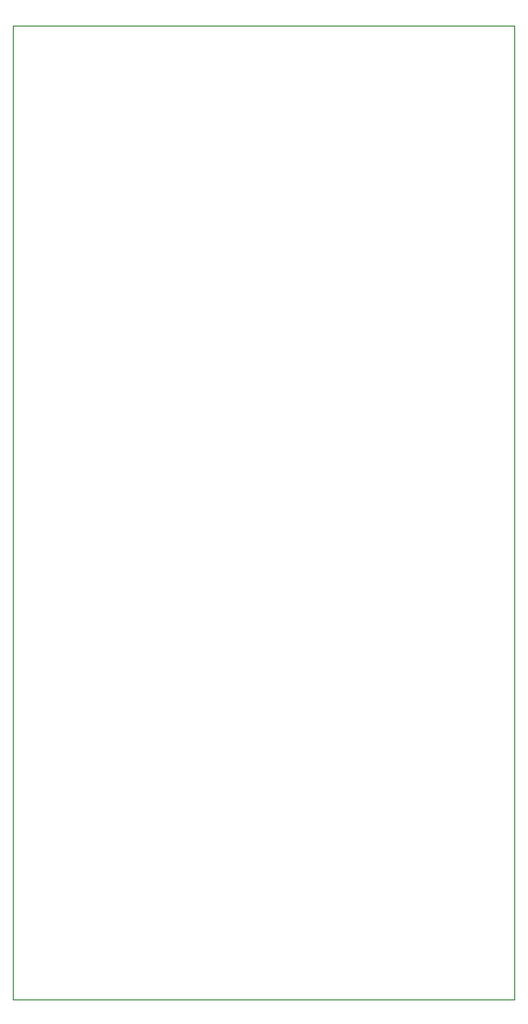
<source format=gm1>
G04 #@! TF.GenerationSoftware,KiCad,Pcbnew,(7.0.0)*
G04 #@! TF.CreationDate,2024-09-03T09:04:23-04:00*
G04 #@! TF.ProjectId,LB-BKOUT-02,4c422d42-4b4f-4555-942d-30322e6b6963,1*
G04 #@! TF.SameCoordinates,Original*
G04 #@! TF.FileFunction,Profile,NP*
%FSLAX46Y46*%
G04 Gerber Fmt 4.6, Leading zero omitted, Abs format (unit mm)*
G04 Created by KiCad (PCBNEW (7.0.0)) date 2024-09-03 09:04:23*
%MOMM*%
%LPD*%
G01*
G04 APERTURE LIST*
G04 #@! TA.AperFunction,Profile*
%ADD10C,0.100000*%
G04 #@! TD*
G04 APERTURE END LIST*
D10*
X205740000Y-134620000D02*
X205740000Y-50800000D01*
X162560000Y-134620000D02*
X205740000Y-134620000D01*
X162560000Y-50800000D02*
X162560000Y-134620000D01*
X205740000Y-50800000D02*
X162560000Y-50800000D01*
M02*

</source>
